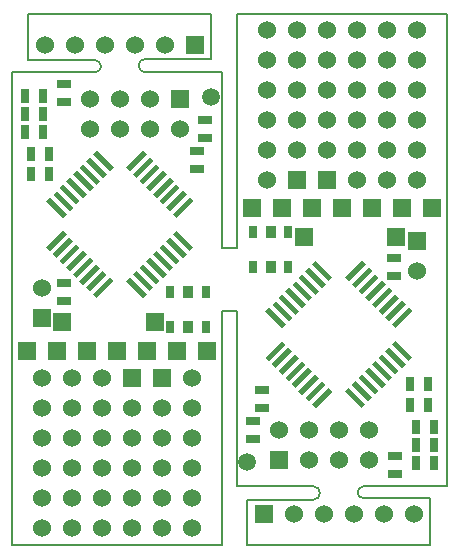
<source format=gts>
G04 (created by PCBNEW (2013-mar-13)-testing) date Di 12 Nov 2013 11:00:42 CET*
%MOIN*%
G04 Gerber Fmt 3.4, Leading zero omitted, Abs format*
%FSLAX34Y34*%
G01*
G70*
G90*
G04 APERTURE LIST*
%ADD10C,0.005906*%
%ADD11R,0.045000X0.025000*%
%ADD12R,0.059055X0.059055*%
%ADD13R,0.025000X0.045000*%
%ADD14R,0.027559X0.039370*%
%ADD15R,0.035433X0.039370*%
%ADD16R,0.060000X0.060000*%
%ADD17C,0.060000*%
%ADD18C,0.059055*%
G04 APERTURE END LIST*
G54D10*
X55600Y-54375D02*
X55600Y-62175D01*
X56100Y-54375D02*
X55600Y-54375D01*
X56100Y-60225D02*
X56100Y-54375D01*
X56100Y-52275D02*
X56100Y-44475D01*
X55600Y-52275D02*
X56100Y-52275D01*
X55600Y-46425D02*
X55600Y-52275D01*
X63100Y-44475D02*
X63100Y-60225D01*
X56100Y-44475D02*
X63100Y-44475D01*
X58875Y-60450D02*
G75*
G03X58650Y-60225I-225J0D01*
G74*
G01*
X58650Y-60675D02*
G75*
G03X58875Y-60450I0J225D01*
G74*
G01*
X60325Y-60225D02*
G75*
G03X60125Y-60425I0J-200D01*
G74*
G01*
X60125Y-60425D02*
G75*
G03X60325Y-60625I200J0D01*
G74*
G01*
X60325Y-60225D02*
X63100Y-60225D01*
X58650Y-60225D02*
X56100Y-60225D01*
X60325Y-60625D02*
X62550Y-60625D01*
X58650Y-60675D02*
X56450Y-60675D01*
X56450Y-60675D02*
X56450Y-62175D01*
X56450Y-62175D02*
X62550Y-62175D01*
X62550Y-62175D02*
X62550Y-60625D01*
X49150Y-44475D02*
X49150Y-46025D01*
X55250Y-44475D02*
X49150Y-44475D01*
X55250Y-45975D02*
X55250Y-44475D01*
X53050Y-45975D02*
X55250Y-45975D01*
X51375Y-46025D02*
X49150Y-46025D01*
X53050Y-46425D02*
X55600Y-46425D01*
X51375Y-46425D02*
X48600Y-46425D01*
X51575Y-46225D02*
G75*
G03X51375Y-46025I-200J0D01*
G74*
G01*
X51375Y-46425D02*
G75*
G03X51575Y-46225I0J200D01*
G74*
G01*
X53050Y-45975D02*
G75*
G03X52825Y-46200I0J-225D01*
G74*
G01*
X52825Y-46200D02*
G75*
G03X53050Y-46425I225J0D01*
G74*
G01*
X55600Y-62175D02*
X48600Y-62175D01*
X48600Y-62175D02*
X48600Y-46425D01*
G54D11*
X61350Y-53200D03*
X61350Y-52600D03*
G54D10*
G36*
X57045Y-54391D02*
X57170Y-54266D01*
X57727Y-54822D01*
X57602Y-54948D01*
X57045Y-54391D01*
X57045Y-54391D01*
G37*
G36*
X57268Y-54168D02*
X57393Y-54043D01*
X57950Y-54600D01*
X57824Y-54725D01*
X57268Y-54168D01*
X57268Y-54168D01*
G37*
G36*
X57491Y-53946D02*
X57616Y-53820D01*
X58172Y-54377D01*
X58047Y-54502D01*
X57491Y-53946D01*
X57491Y-53946D01*
G37*
G36*
X57713Y-53723D02*
X57839Y-53598D01*
X58395Y-54154D01*
X58270Y-54279D01*
X57713Y-53723D01*
X57713Y-53723D01*
G37*
G36*
X57936Y-53500D02*
X58061Y-53375D01*
X58618Y-53931D01*
X58493Y-54057D01*
X57936Y-53500D01*
X57936Y-53500D01*
G37*
G36*
X58159Y-53277D02*
X58284Y-53152D01*
X58840Y-53709D01*
X58715Y-53834D01*
X58159Y-53277D01*
X58159Y-53277D01*
G37*
G36*
X58382Y-53055D02*
X58507Y-52929D01*
X59063Y-53486D01*
X58938Y-53611D01*
X58382Y-53055D01*
X58382Y-53055D01*
G37*
G36*
X58604Y-52832D02*
X58729Y-52707D01*
X59286Y-53263D01*
X59161Y-53388D01*
X58604Y-52832D01*
X58604Y-52832D01*
G37*
G36*
X61266Y-55496D02*
X61391Y-55371D01*
X61948Y-55928D01*
X61822Y-56053D01*
X61266Y-55496D01*
X61266Y-55496D01*
G37*
G36*
X59703Y-57059D02*
X59828Y-56934D01*
X60385Y-57490D01*
X60260Y-57615D01*
X59703Y-57059D01*
X59703Y-57059D01*
G37*
G36*
X59929Y-56833D02*
X60055Y-56708D01*
X60611Y-57264D01*
X60486Y-57389D01*
X59929Y-56833D01*
X59929Y-56833D01*
G37*
G36*
X60156Y-56606D02*
X60281Y-56481D01*
X60837Y-57038D01*
X60712Y-57163D01*
X60156Y-56606D01*
X60156Y-56606D01*
G37*
G36*
X60375Y-56387D02*
X60500Y-56262D01*
X61057Y-56819D01*
X60931Y-56944D01*
X60375Y-56387D01*
X60375Y-56387D01*
G37*
G36*
X60601Y-56161D02*
X60726Y-56036D01*
X61283Y-56592D01*
X61158Y-56717D01*
X60601Y-56161D01*
X60601Y-56161D01*
G37*
G36*
X60820Y-55942D02*
X60946Y-55817D01*
X61502Y-56373D01*
X61377Y-56498D01*
X60820Y-55942D01*
X60820Y-55942D01*
G37*
G36*
X61047Y-55715D02*
X61172Y-55590D01*
X61728Y-56147D01*
X61603Y-56272D01*
X61047Y-55715D01*
X61047Y-55715D01*
G37*
G36*
X59716Y-53260D02*
X60272Y-52704D01*
X60398Y-52829D01*
X59841Y-53386D01*
X59716Y-53260D01*
X59716Y-53260D01*
G37*
G36*
X59938Y-53482D02*
X60494Y-52926D01*
X60620Y-53051D01*
X60063Y-53608D01*
X59938Y-53482D01*
X59938Y-53482D01*
G37*
G36*
X60161Y-53706D02*
X60718Y-53149D01*
X60843Y-53275D01*
X60287Y-53831D01*
X60161Y-53706D01*
X60161Y-53706D01*
G37*
G36*
X60383Y-53928D02*
X60940Y-53371D01*
X61065Y-53497D01*
X60509Y-54053D01*
X60383Y-53928D01*
X60383Y-53928D01*
G37*
G36*
X60607Y-54151D02*
X61163Y-53595D01*
X61288Y-53720D01*
X60732Y-54276D01*
X60607Y-54151D01*
X60607Y-54151D01*
G37*
G36*
X60829Y-54373D02*
X61385Y-53817D01*
X61511Y-53942D01*
X60954Y-54499D01*
X60829Y-54373D01*
X60829Y-54373D01*
G37*
G36*
X61052Y-54597D02*
X61609Y-54040D01*
X61734Y-54165D01*
X61177Y-54722D01*
X61052Y-54597D01*
X61052Y-54597D01*
G37*
G36*
X61274Y-54819D02*
X61831Y-54262D01*
X61956Y-54387D01*
X61399Y-54944D01*
X61274Y-54819D01*
X61274Y-54819D01*
G37*
G36*
X57044Y-55935D02*
X57601Y-55378D01*
X57726Y-55503D01*
X57170Y-56060D01*
X57044Y-55935D01*
X57044Y-55935D01*
G37*
G36*
X57264Y-56154D02*
X57820Y-55597D01*
X57945Y-55723D01*
X57389Y-56279D01*
X57264Y-56154D01*
X57264Y-56154D01*
G37*
G36*
X57490Y-56380D02*
X58046Y-55824D01*
X58172Y-55949D01*
X57615Y-56505D01*
X57490Y-56380D01*
X57490Y-56380D01*
G37*
G36*
X57709Y-56599D02*
X58266Y-56043D01*
X58391Y-56168D01*
X57834Y-56724D01*
X57709Y-56599D01*
X57709Y-56599D01*
G37*
G36*
X57928Y-56819D02*
X58485Y-56262D01*
X58610Y-56387D01*
X58053Y-56944D01*
X57928Y-56819D01*
X57928Y-56819D01*
G37*
G36*
X58155Y-57045D02*
X58711Y-56488D01*
X58836Y-56613D01*
X58280Y-57170D01*
X58155Y-57045D01*
X58155Y-57045D01*
G37*
G36*
X58381Y-57271D02*
X58937Y-56715D01*
X59063Y-56840D01*
X58506Y-57396D01*
X58381Y-57271D01*
X58381Y-57271D01*
G37*
G36*
X58607Y-57497D02*
X59164Y-56941D01*
X59289Y-57066D01*
X58732Y-57623D01*
X58607Y-57497D01*
X58607Y-57497D01*
G37*
G54D12*
X62600Y-50950D03*
X61600Y-50950D03*
X60600Y-50950D03*
X59600Y-50950D03*
X58600Y-50950D03*
X57600Y-50950D03*
X56600Y-50950D03*
G54D13*
X62075Y-58250D03*
X62675Y-58250D03*
X62675Y-58850D03*
X62075Y-58850D03*
G54D11*
X61375Y-59825D03*
X61375Y-59225D03*
G54D13*
X62475Y-57500D03*
X61875Y-57500D03*
X62475Y-56825D03*
X61875Y-56825D03*
G54D11*
X56650Y-58050D03*
X56650Y-58650D03*
X56925Y-57600D03*
X56925Y-57000D03*
G54D13*
X62075Y-59450D03*
X62675Y-59450D03*
G54D14*
X57815Y-51734D03*
G54D15*
X57225Y-51734D03*
G54D14*
X56634Y-51734D03*
X56634Y-52915D03*
G54D15*
X57225Y-52915D03*
G54D14*
X57815Y-52915D03*
G54D16*
X57500Y-59350D03*
G54D17*
X57500Y-58350D03*
X58500Y-59350D03*
X58500Y-58350D03*
X59500Y-59350D03*
X59500Y-58350D03*
X60500Y-59350D03*
X60500Y-58350D03*
X62100Y-50025D03*
X62100Y-49025D03*
X62100Y-48025D03*
X62100Y-47025D03*
X62100Y-46025D03*
X62100Y-45025D03*
G54D16*
X62100Y-52050D03*
G54D17*
X62100Y-53050D03*
G54D18*
X56450Y-59412D03*
G54D17*
X58100Y-45025D03*
X59100Y-45025D03*
X58100Y-46025D03*
X59100Y-46025D03*
X58100Y-47025D03*
X59100Y-47025D03*
X58100Y-48025D03*
X59100Y-48025D03*
X58100Y-49025D03*
X59100Y-49025D03*
X61100Y-49025D03*
X60100Y-49025D03*
X61100Y-48025D03*
X60100Y-48025D03*
X61100Y-47025D03*
X60100Y-47025D03*
X61100Y-46025D03*
X60100Y-46025D03*
X61100Y-45025D03*
X60100Y-45025D03*
G54D12*
X58339Y-51900D03*
X61410Y-51900D03*
G54D16*
X57000Y-61150D03*
G54D17*
X58000Y-61150D03*
X59000Y-61150D03*
X60000Y-61150D03*
X61000Y-61150D03*
X62000Y-61150D03*
G54D16*
X58100Y-50025D03*
X59100Y-50025D03*
G54D17*
X60100Y-50025D03*
X61100Y-50025D03*
X57100Y-50025D03*
X57100Y-49025D03*
X57100Y-48025D03*
X57100Y-47025D03*
X57100Y-46025D03*
X57100Y-45025D03*
X54600Y-56625D03*
X54600Y-57625D03*
X54600Y-58625D03*
X54600Y-59625D03*
X54600Y-60625D03*
X54600Y-61625D03*
G54D16*
X53600Y-56625D03*
X52600Y-56625D03*
G54D17*
X51600Y-56625D03*
X50600Y-56625D03*
G54D16*
X54700Y-45500D03*
G54D17*
X53700Y-45500D03*
X52700Y-45500D03*
X51700Y-45500D03*
X50700Y-45500D03*
X49700Y-45500D03*
G54D12*
X53360Y-54750D03*
X50289Y-54750D03*
G54D17*
X50600Y-57625D03*
X51600Y-57625D03*
X50600Y-58625D03*
X51600Y-58625D03*
X50600Y-59625D03*
X51600Y-59625D03*
X50600Y-60625D03*
X51600Y-60625D03*
X50600Y-61625D03*
X51600Y-61625D03*
X53600Y-61625D03*
X52600Y-61625D03*
X53600Y-60625D03*
X52600Y-60625D03*
X53600Y-59625D03*
X52600Y-59625D03*
X53600Y-58625D03*
X52600Y-58625D03*
X53600Y-57625D03*
X52600Y-57625D03*
G54D18*
X55249Y-47237D03*
G54D16*
X49600Y-54600D03*
G54D17*
X49600Y-53600D03*
X49600Y-56625D03*
X49600Y-57625D03*
X49600Y-58625D03*
X49600Y-59625D03*
X49600Y-60625D03*
X49600Y-61625D03*
G54D16*
X54200Y-47300D03*
G54D17*
X54200Y-48300D03*
X53200Y-47300D03*
X53200Y-48300D03*
X52200Y-47300D03*
X52200Y-48300D03*
X51200Y-47300D03*
X51200Y-48300D03*
G54D14*
X53884Y-54915D03*
G54D15*
X54475Y-54915D03*
G54D14*
X55065Y-54915D03*
X55065Y-53734D03*
G54D15*
X54475Y-53734D03*
G54D14*
X53884Y-53734D03*
G54D13*
X49625Y-47200D03*
X49025Y-47200D03*
G54D11*
X54775Y-49050D03*
X54775Y-49650D03*
X55050Y-48600D03*
X55050Y-48000D03*
G54D13*
X49225Y-49825D03*
X49825Y-49825D03*
X49225Y-49150D03*
X49825Y-49150D03*
G54D11*
X50325Y-46825D03*
X50325Y-47425D03*
G54D13*
X49025Y-47800D03*
X49625Y-47800D03*
X49625Y-48400D03*
X49025Y-48400D03*
G54D12*
X49100Y-55700D03*
X50100Y-55700D03*
X51100Y-55700D03*
X52100Y-55700D03*
X53100Y-55700D03*
X54100Y-55700D03*
X55100Y-55700D03*
G54D10*
G36*
X54654Y-52258D02*
X54529Y-52383D01*
X53972Y-51827D01*
X54097Y-51701D01*
X54654Y-52258D01*
X54654Y-52258D01*
G37*
G36*
X54431Y-52481D02*
X54306Y-52606D01*
X53749Y-52049D01*
X53875Y-51924D01*
X54431Y-52481D01*
X54431Y-52481D01*
G37*
G36*
X54208Y-52703D02*
X54083Y-52829D01*
X53527Y-52272D01*
X53652Y-52147D01*
X54208Y-52703D01*
X54208Y-52703D01*
G37*
G36*
X53986Y-52926D02*
X53860Y-53051D01*
X53304Y-52495D01*
X53429Y-52370D01*
X53986Y-52926D01*
X53986Y-52926D01*
G37*
G36*
X53763Y-53149D02*
X53638Y-53274D01*
X53081Y-52718D01*
X53206Y-52592D01*
X53763Y-53149D01*
X53763Y-53149D01*
G37*
G36*
X53540Y-53372D02*
X53415Y-53497D01*
X52859Y-52940D01*
X52984Y-52815D01*
X53540Y-53372D01*
X53540Y-53372D01*
G37*
G36*
X53317Y-53594D02*
X53192Y-53720D01*
X52636Y-53163D01*
X52761Y-53038D01*
X53317Y-53594D01*
X53317Y-53594D01*
G37*
G36*
X53095Y-53817D02*
X52970Y-53942D01*
X52413Y-53386D01*
X52538Y-53261D01*
X53095Y-53817D01*
X53095Y-53817D01*
G37*
G36*
X50433Y-51153D02*
X50308Y-51278D01*
X49751Y-50721D01*
X49877Y-50596D01*
X50433Y-51153D01*
X50433Y-51153D01*
G37*
G36*
X51996Y-49590D02*
X51871Y-49715D01*
X51314Y-49159D01*
X51439Y-49034D01*
X51996Y-49590D01*
X51996Y-49590D01*
G37*
G36*
X51770Y-49816D02*
X51644Y-49941D01*
X51088Y-49385D01*
X51213Y-49260D01*
X51770Y-49816D01*
X51770Y-49816D01*
G37*
G36*
X51543Y-50043D02*
X51418Y-50168D01*
X50862Y-49611D01*
X50987Y-49486D01*
X51543Y-50043D01*
X51543Y-50043D01*
G37*
G36*
X51324Y-50262D02*
X51199Y-50387D01*
X50642Y-49830D01*
X50768Y-49705D01*
X51324Y-50262D01*
X51324Y-50262D01*
G37*
G36*
X51098Y-50488D02*
X50973Y-50613D01*
X50416Y-50057D01*
X50541Y-49932D01*
X51098Y-50488D01*
X51098Y-50488D01*
G37*
G36*
X50879Y-50707D02*
X50753Y-50832D01*
X50197Y-50276D01*
X50322Y-50151D01*
X50879Y-50707D01*
X50879Y-50707D01*
G37*
G36*
X50652Y-50934D02*
X50527Y-51059D01*
X49971Y-50502D01*
X50096Y-50377D01*
X50652Y-50934D01*
X50652Y-50934D01*
G37*
G36*
X51983Y-53389D02*
X51427Y-53945D01*
X51301Y-53820D01*
X51858Y-53263D01*
X51983Y-53389D01*
X51983Y-53389D01*
G37*
G36*
X51761Y-53167D02*
X51205Y-53723D01*
X51079Y-53598D01*
X51636Y-53041D01*
X51761Y-53167D01*
X51761Y-53167D01*
G37*
G36*
X51538Y-52943D02*
X50981Y-53500D01*
X50856Y-53374D01*
X51412Y-52818D01*
X51538Y-52943D01*
X51538Y-52943D01*
G37*
G36*
X51316Y-52721D02*
X50759Y-53278D01*
X50634Y-53152D01*
X51190Y-52596D01*
X51316Y-52721D01*
X51316Y-52721D01*
G37*
G36*
X51092Y-52498D02*
X50536Y-53054D01*
X50411Y-52929D01*
X50967Y-52373D01*
X51092Y-52498D01*
X51092Y-52498D01*
G37*
G36*
X50870Y-52276D02*
X50314Y-52832D01*
X50188Y-52707D01*
X50745Y-52150D01*
X50870Y-52276D01*
X50870Y-52276D01*
G37*
G36*
X50647Y-52052D02*
X50090Y-52609D01*
X49965Y-52484D01*
X50522Y-51927D01*
X50647Y-52052D01*
X50647Y-52052D01*
G37*
G36*
X50425Y-51830D02*
X49868Y-52387D01*
X49743Y-52262D01*
X50300Y-51705D01*
X50425Y-51830D01*
X50425Y-51830D01*
G37*
G36*
X54655Y-50714D02*
X54098Y-51271D01*
X53973Y-51146D01*
X54529Y-50589D01*
X54655Y-50714D01*
X54655Y-50714D01*
G37*
G36*
X54435Y-50495D02*
X53879Y-51052D01*
X53754Y-50926D01*
X54310Y-50370D01*
X54435Y-50495D01*
X54435Y-50495D01*
G37*
G36*
X54209Y-50269D02*
X53653Y-50825D01*
X53527Y-50700D01*
X54084Y-50144D01*
X54209Y-50269D01*
X54209Y-50269D01*
G37*
G36*
X53990Y-50050D02*
X53433Y-50606D01*
X53308Y-50481D01*
X53865Y-49925D01*
X53990Y-50050D01*
X53990Y-50050D01*
G37*
G36*
X53771Y-49830D02*
X53214Y-50387D01*
X53089Y-50262D01*
X53646Y-49705D01*
X53771Y-49830D01*
X53771Y-49830D01*
G37*
G36*
X53544Y-49604D02*
X52988Y-50161D01*
X52863Y-50036D01*
X53419Y-49479D01*
X53544Y-49604D01*
X53544Y-49604D01*
G37*
G36*
X53318Y-49378D02*
X52762Y-49934D01*
X52636Y-49809D01*
X53193Y-49253D01*
X53318Y-49378D01*
X53318Y-49378D01*
G37*
G36*
X53092Y-49152D02*
X52535Y-49708D01*
X52410Y-49583D01*
X52967Y-49026D01*
X53092Y-49152D01*
X53092Y-49152D01*
G37*
G54D11*
X50350Y-53450D03*
X50350Y-54050D03*
M02*

</source>
